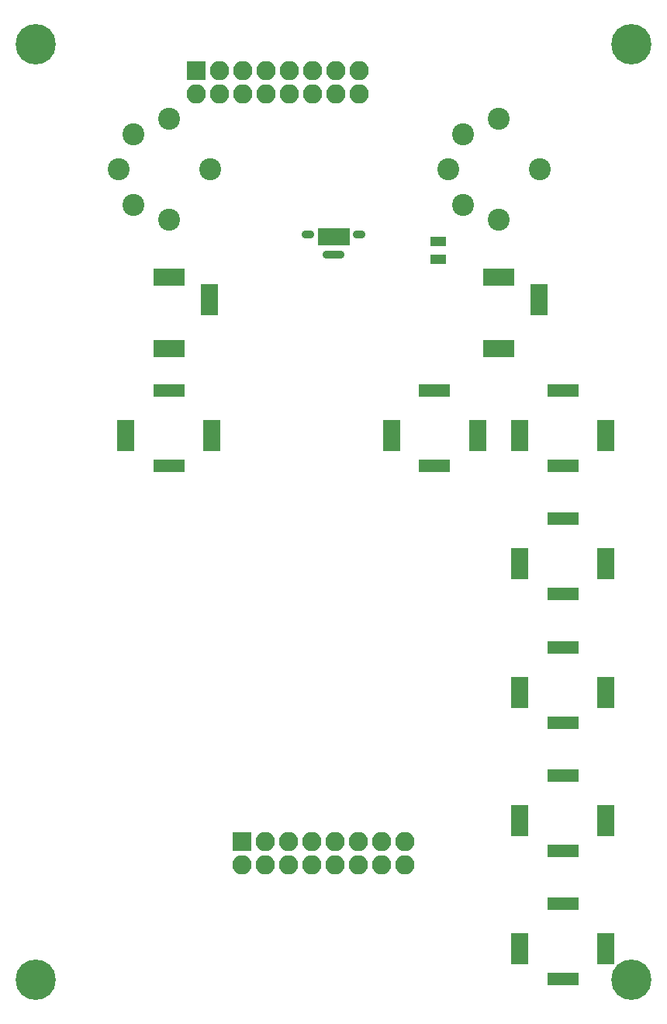
<source format=gts>
G04 #@! TF.FileFunction,Soldermask,Top*
%FSLAX46Y46*%
G04 Gerber Fmt 4.6, Leading zero omitted, Abs format (unit mm)*
G04 Created by KiCad (PCBNEW 4.0.1-stable) date 26/04/2018 08:36:00*
%MOMM*%
G01*
G04 APERTURE LIST*
%ADD10C,0.100000*%
%ADD11C,4.400000*%
%ADD12R,1.900000X3.400000*%
%ADD13R,3.400000X1.400000*%
%ADD14C,2.400000*%
%ADD15R,1.700000X1.100000*%
%ADD16R,2.100000X2.100000*%
%ADD17O,2.100000X2.100000*%
%ADD18R,3.400000X1.900000*%
%ADD19O,2.400000X0.900000*%
%ADD20O,1.400000X0.900000*%
%ADD21R,0.850000X1.900000*%
G04 APERTURE END LIST*
D10*
D11*
X67425000Y-146325000D03*
X132425000Y-44325000D03*
X132425000Y-146325000D03*
X67425000Y-44325000D03*
D12*
X77225000Y-87000000D03*
X86625000Y-87000000D03*
D13*
X81925000Y-90300000D03*
X81925000Y-82100000D03*
D12*
X120225000Y-87000000D03*
X129625000Y-87000000D03*
D13*
X124925000Y-90300000D03*
X124925000Y-82100000D03*
D12*
X120225000Y-101000000D03*
X129625000Y-101000000D03*
D13*
X124925000Y-104300000D03*
X124925000Y-96100000D03*
D12*
X120225000Y-115000000D03*
X129625000Y-115000000D03*
D13*
X124925000Y-118300000D03*
X124925000Y-110100000D03*
D12*
X120225000Y-129000000D03*
X129625000Y-129000000D03*
D13*
X124925000Y-132300000D03*
X124925000Y-124100000D03*
D12*
X120225000Y-143000000D03*
X129625000Y-143000000D03*
D13*
X124925000Y-146300000D03*
X124925000Y-138100000D03*
D14*
X78035000Y-54120000D03*
X78035000Y-61880000D03*
X76425000Y-58000000D03*
X81925000Y-63500000D03*
X81925000Y-52500000D03*
X86425000Y-58000000D03*
X114035000Y-54120000D03*
X114035000Y-61880000D03*
X112425000Y-58000000D03*
X117925000Y-63500000D03*
X117925000Y-52500000D03*
X122425000Y-58000000D03*
D15*
X111300000Y-67750000D03*
X111300000Y-65850000D03*
D16*
X89925000Y-131285000D03*
D17*
X89925000Y-133825000D03*
X92465000Y-131285000D03*
X92465000Y-133825000D03*
X95005000Y-131285000D03*
X95005000Y-133825000D03*
X97545000Y-131285000D03*
X97545000Y-133825000D03*
X100085000Y-131285000D03*
X100085000Y-133825000D03*
X102625000Y-131285000D03*
X102625000Y-133825000D03*
X105165000Y-131285000D03*
X105165000Y-133825000D03*
X107705000Y-131285000D03*
X107705000Y-133825000D03*
D16*
X84925000Y-47185000D03*
D17*
X84925000Y-49725000D03*
X87465000Y-47185000D03*
X87465000Y-49725000D03*
X90005000Y-47185000D03*
X90005000Y-49725000D03*
X92545000Y-47185000D03*
X92545000Y-49725000D03*
X95085000Y-47185000D03*
X95085000Y-49725000D03*
X97625000Y-47185000D03*
X97625000Y-49725000D03*
X100165000Y-47185000D03*
X100165000Y-49725000D03*
X102705000Y-47185000D03*
X102705000Y-49725000D03*
D12*
X86325000Y-72200000D03*
D18*
X81925000Y-69700000D03*
X81925000Y-77500000D03*
D12*
X122325000Y-72200000D03*
D18*
X117925000Y-69700000D03*
X117925000Y-77500000D03*
D12*
X106225000Y-87000000D03*
X115625000Y-87000000D03*
D13*
X110925000Y-90300000D03*
X110925000Y-82100000D03*
D19*
X99925000Y-67250000D03*
D20*
X102725000Y-65100000D03*
X97125000Y-65100000D03*
D21*
X98625000Y-65350000D03*
X99275000Y-65350000D03*
X101225000Y-65350000D03*
X100575000Y-65350000D03*
X99925000Y-65350000D03*
M02*

</source>
